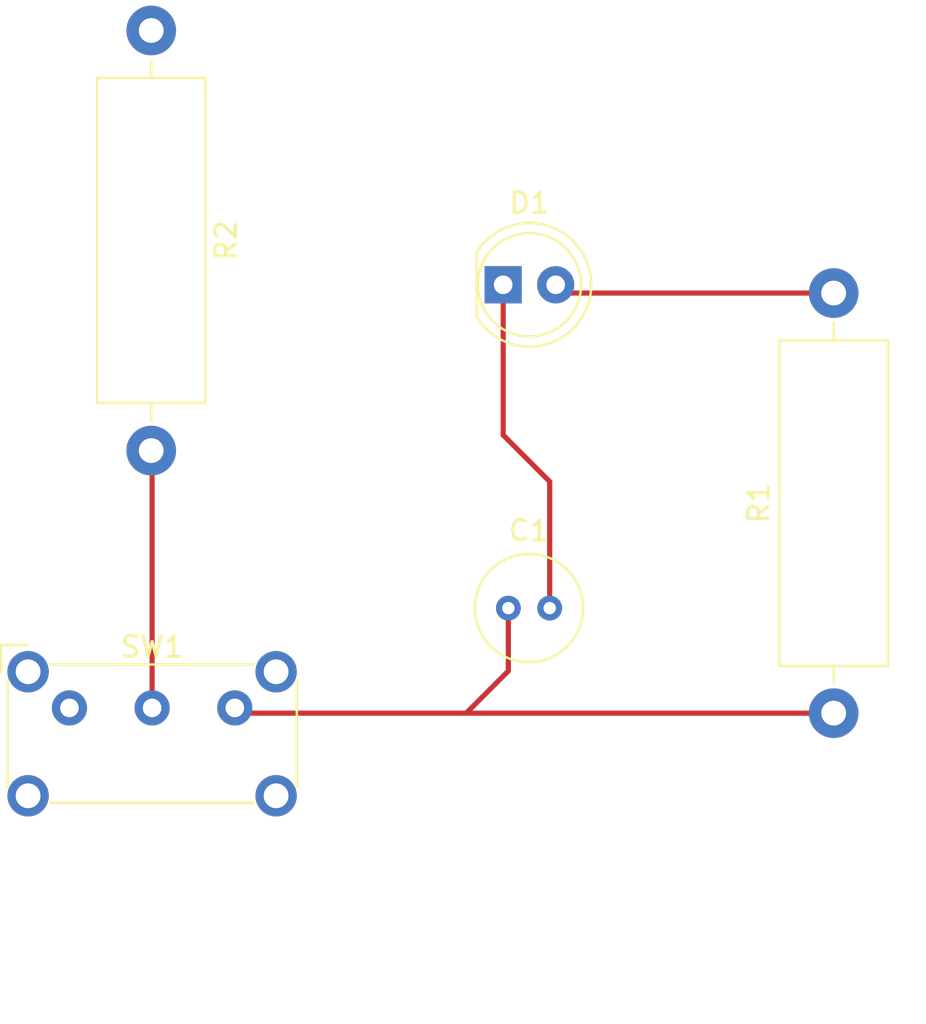
<source format=kicad_pcb>
(kicad_pcb (version 20211014) (generator pcbnew)
  (layers (0 "F.Cu" signal) (31 "B.Cu" signal) (34 "B.Paste" user) (35 "F.Paste" user) (36 "B.SilkS" user "B.Silkscreen") (37 "F.SilkS" user "F.Silkscreen") (38 "B.Mask" user) (39 "F.Mask" user) (44 "Edge.Cuts" user))
  (net 0 "")
  (net 1 "Net-(C1-Pad1)")
  (net 2 "Net-(C1-Pad2)")
  (net 3 "Net-(D1-Pad2)")
  (net 4 "Net-(J1-Pad1)")
  (net 5 "Net-(R2-Pad2)")
  (footprint "Resistor_THT:R_Axial_DIN0516_L15.5mm_D5.0mm_P20.32mm_Horizontal" (layer "F.Cu") (at 165.1 109.22 90)
    (fp_text reference "R1" (at 10.16 -3.62 90) (layer "F.SilkS"))
    (fp_text value "20k ")
    (fp_line (start 1.44 0) (end 2.29 0) (layer "F.SilkS") (width 0.12))
    (fp_line (start 18.03 2.62) (end 18.03 -2.62) (layer "F.SilkS") (width 0.12))
    (fp_line (start 18.88 0) (end 18.03 0) (layer "F.SilkS") (width 0.12))
    (fp_line (start 18.03 -2.62) (end 2.29 -2.62) (layer "F.SilkS") (width 0.12))
    (fp_line (start 2.29 2.62) (end 18.03 2.62) (layer "F.SilkS") (width 0.12))
    (fp_line (start 2.29 -2.62) (end 2.29 2.62) (layer "F.SilkS") (width 0.12))
    (pad "1" thru_hole circle (at 0 0 90) (size 2.4 2.4) (drill 1.2) (layers *.Cu *.Mask) (net 1 "Net-(C1-Pad1)"))
    (pad "2" thru_hole oval (at 20.32 0 90) (size 2.4 2.4) (drill 1.2) (layers *.Cu *.Mask) (net 3 "Net-(D1-Pad2)"))
  )
  (footprint "LED_THT:LED_D5.0mm" (layer "F.Cu") (at 149.11 88.500612)
    (fp_text reference "D1" (at 1.27 -3.96) (layer "F.SilkS"))
    (fp_text value "LED")
    (fp_line (start -1.29 -1.545) (end -1.29 1.545) (layer "F.SilkS") (width 0.12))
    (fp_arc (start 4.26 -0.000462) (mid 2.072002 2.880433) (end -1.29 1.54483) (layer "F.SilkS") (width 0.12))
    (fp_arc (start -1.29 -1.54483) (mid 2.072002 -2.880433) (end 4.26 0.000462) (layer "F.SilkS") (width 0.12))
    (fp_circle (center 1.27 0) (end 3.77 0) (layer "F.SilkS") (width 0.12) (fill none))
    (pad "1" thru_hole rect (at 0 0) (size 1.8 1.8) (drill 0.9) (layers *.Cu *.Mask) (net 2 "Net-(C1-Pad2)"))
    (pad "2" thru_hole circle (at 2.54 0) (size 1.8 1.8) (drill 0.9) (layers *.Cu *.Mask) (net 3 "Net-(D1-Pad2)"))
  )
  (footprint "Button_Switch_THT:SW_E-Switch_EG1224_SPDT_Angled" (layer "F.Cu") (at 128.1225 108.9675)
    (fp_text reference "SW1" (at 4 -2.95) (layer "F.SilkS"))
    (fp_text value "SW_1")
    (fp_line (start 8.95 4.6) (end -0.95 4.6) (layer "F.SilkS") (width 0.12))
    (fp_line (start -3.3 -1.75) (end -3.3 -3.05) (layer "F.SilkS") (width 0.12))
    (fp_line (start 11 -1.35) (end 11 3.85) (layer "F.SilkS") (width 0.12))
    (fp_line (start -0.95 -2.1) (end 8.95 -2.1) (layer "F.SilkS") (width 0.12))
    (fp_line (start -3 3.85) (end -3 -1.35) (layer "F.SilkS") (width 0.12))
    (fp_line (start -3.3 -3.05) (end -2 -3.05) (layer "F.SilkS") (width 0.12))
    (pad "" thru_hole circle (at 10 4.25) (size 2 2) (drill 1.2) (layers *.Cu *.Mask))
    (pad "" thru_hole circle (at -2 4.25) (size 2 2) (drill 1.2) (layers *.Cu *.Mask))
    (pad "" thru_hole circle (at -2 -1.75) (size 2 2) (drill 1.2) (layers *.Cu *.Mask))
    (pad "" thru_hole circle (at 10 -1.75) (size 2 2) (drill 1.2) (layers *.Cu *.Mask))
    (pad "1" thru_hole circle (at 0 0) (size 1.7 1.7) (drill 0.9) (layers *.Cu *.Mask))
    (pad "2" thru_hole circle (at 4 0) (size 1.7 1.7) (drill 0.9) (layers *.Cu *.Mask) (net 5 "Net-(R2-Pad2)"))
    (pad "3" thru_hole circle (at 8 0) (size 1.7 1.7) (drill 0.9) (layers *.Cu *.Mask) (net 1 "Net-(C1-Pad1)"))
  )
  (footprint "Capacitor_THT:C_Radial_D5.0mm_H5.0mm_P2.00mm" (layer "F.Cu") (at 149.36 104.14)
    (fp_text reference "C1" (at 1 -3.75) (layer "F.SilkS"))
    (fp_text value "4.7 uF")
    (fp_circle (center 1 0) (end 3.62 0) (layer "F.SilkS") (width 0.12) (fill none))
    (pad "1" thru_hole circle (at 0 0) (size 1.2 1.2) (drill 0.6) (layers *.Cu *.Mask) (net 1 "Net-(C1-Pad1)"))
    (pad "2" thru_hole circle (at 2 0) (size 1.2 1.2) (drill 0.6) (layers *.Cu *.Mask) (net 2 "Net-(C1-Pad2)"))
  )
  (footprint "Resistor_THT:R_Axial_DIN0516_L15.5mm_D5.0mm_P20.32mm_Horizontal" (layer "F.Cu") (at 132.08 76.2 -90)
    (fp_text reference "R2" (at 10.16 -3.62 90) (layer "F.SilkS"))
    (fp_text value "2.2k")
    (fp_line (start 18.03 -2.62) (end 2.29 -2.62) (layer "F.SilkS") (width 0.12))
    (fp_line (start 2.29 2.62) (end 18.03 2.62) (layer "F.SilkS") (width 0.12))
    (fp_line (start 1.44 0) (end 2.29 0) (layer "F.SilkS") (width 0.12))
    (fp_line (start 2.29 -2.62) (end 2.29 2.62) (layer "F.SilkS") (width 0.12))
    (fp_line (start 18.03 2.62) (end 18.03 -2.62) (layer "F.SilkS") (width 0.12))
    (fp_line (start 18.88 0) (end 18.03 0) (layer "F.SilkS") (width 0.12))
    (pad "1" thru_hole circle (at 0 0 270) (size 2.4 2.4) (drill 1.2) (layers *.Cu *.Mask) (net 4 "Net-(J1-Pad1)"))
    (pad "2" thru_hole oval (at 20.32 0 270) (size 2.4 2.4) (drill 1.2) (layers *.Cu *.Mask) (net 5 "Net-(R2-Pad2)"))
  )
  (segment (start 147.32 109.22) (end 165.1 109.22) (width 0.25) (layer "F.Cu") (net 1))
  (segment (start 149.36 107.18) (end 149.36 104.14) (width 0.25) (layer "F.Cu") (net 1))
  (segment (start 147.32 109.22) (end 136.375 109.22) (width 0.25) (layer "F.Cu") (net 1))
  (segment (start 136.375 109.22) (end 136.1225 108.9675) (width 0.25) (layer "F.Cu") (net 1))
  (segment (start 147.32 109.22) (end 149.36 107.18) (width 0.25) (layer "F.Cu") (net 1))
  (segment (start 149.32 88.710612) (end 149.11 88.500612) (width 0.25) (layer "F.Cu") (net 2))
  (segment (start 149.11 88.500612) (end 149.11 95.77) (width 0.25) (layer "F.Cu") (net 2))
  (segment (start 151.36 98.02) (end 151.36 104.14) (width 0.25) (layer "F.Cu") (net 2))
  (segment (start 149.11 95.77) (end 151.36 98.02) (width 0.25) (layer "F.Cu") (net 2))
  (segment (start 152.049388 88.9) (end 151.65 88.500612) (width 0.25) (layer "F.Cu") (net 3))
  (segment (start 165.1 88.9) (end 152.049388 88.9) (width 0.25) (layer "F.Cu") (net 3))
  (segment (start 132.1225 96.5625) (end 132.08 96.52) (width 0.25) (layer "F.Cu") (net 5))
  (segment (start 132.1225 108.9675) (end 132.1225 96.5625) (width 0.25) (layer "F.Cu") (net 5))
)
</source>
